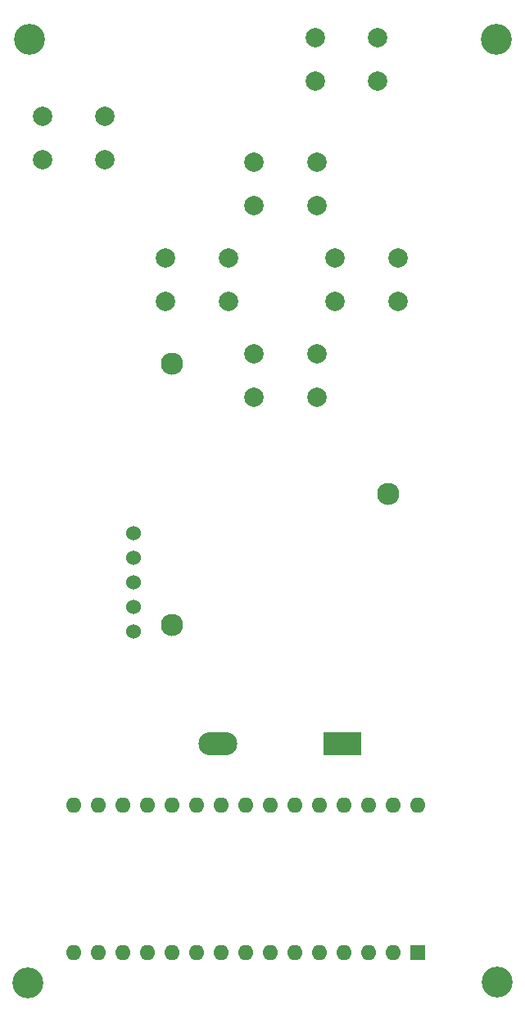
<source format=gbr>
%TF.GenerationSoftware,KiCad,Pcbnew,8.0.2*%
%TF.CreationDate,2024-05-08T14:23:23+01:00*%
%TF.ProjectId,Right_Controller_PCB_Bluetooth,52696768-745f-4436-9f6e-74726f6c6c65,V01*%
%TF.SameCoordinates,Original*%
%TF.FileFunction,Soldermask,Top*%
%TF.FilePolarity,Negative*%
%FSLAX46Y46*%
G04 Gerber Fmt 4.6, Leading zero omitted, Abs format (unit mm)*
G04 Created by KiCad (PCBNEW 8.0.2) date 2024-05-08 14:23:23*
%MOMM*%
%LPD*%
G01*
G04 APERTURE LIST*
%ADD10C,3.200000*%
%ADD11C,1.524000*%
%ADD12C,2.000000*%
%ADD13R,1.600000X1.600000*%
%ADD14O,1.600000X1.600000*%
%ADD15C,2.300000*%
%ADD16R,4.020000X2.410000*%
%ADD17O,4.020000X2.410000*%
G04 APERTURE END LIST*
D10*
%TO.C,H1*%
X119380000Y-49276000D03*
%TD*%
D11*
%TO.C,JoystickR1*%
X130143250Y-100330000D03*
X130143250Y-102870000D03*
X130143250Y-105410000D03*
X130143250Y-107950000D03*
X130143250Y-110490000D03*
%TD*%
D12*
%TO.C,START_R1*%
X127202000Y-61686000D03*
X120702000Y-61686000D03*
X127202000Y-57186000D03*
X120702000Y-57186000D03*
%TD*%
%TO.C,A1*%
X142598000Y-81788000D03*
X149098000Y-81788000D03*
X142598000Y-86288000D03*
X149098000Y-86288000D03*
%TD*%
%TO.C,X1*%
X133454000Y-71882000D03*
X139954000Y-71882000D03*
X133454000Y-76382000D03*
X139954000Y-76382000D03*
%TD*%
%TO.C,RIGHT_SHOULDER1*%
X148896000Y-49058000D03*
X155396000Y-49058000D03*
X148896000Y-53558000D03*
X155396000Y-53558000D03*
%TD*%
%TO.C,B1*%
X150980000Y-71882000D03*
X157480000Y-71882000D03*
X150980000Y-76382000D03*
X157480000Y-76382000D03*
%TD*%
D10*
%TO.C,H2*%
X167640000Y-49276000D03*
%TD*%
D12*
%TO.C,Y1*%
X142598000Y-61976000D03*
X149098000Y-61976000D03*
X142598000Y-66476000D03*
X149098000Y-66476000D03*
%TD*%
D10*
%TO.C,H3*%
X167690800Y-146710400D03*
%TD*%
%TO.C,H4*%
X119227600Y-146812000D03*
%TD*%
D13*
%TO.C,CentralBoard1*%
X159512000Y-143611600D03*
D14*
X156972000Y-143611600D03*
X154432000Y-143611600D03*
X151892000Y-143611600D03*
X149352000Y-143611600D03*
X146812000Y-143611600D03*
X144272000Y-143611600D03*
X141732000Y-143611600D03*
X139192000Y-143611600D03*
X136652000Y-143611600D03*
X134112000Y-143611600D03*
X131572000Y-143611600D03*
X129032000Y-143611600D03*
X126492000Y-143611600D03*
X123952000Y-143611600D03*
X123952000Y-128371600D03*
X126492000Y-128371600D03*
X129032000Y-128371600D03*
X131572000Y-128371600D03*
X134112000Y-128371600D03*
X136652000Y-128371600D03*
X139192000Y-128371600D03*
X141732000Y-128371600D03*
X144272000Y-128371600D03*
X146812000Y-128371600D03*
X149352000Y-128371600D03*
X151892000Y-128371600D03*
X154432000Y-128371600D03*
X156972000Y-128371600D03*
X159512000Y-128371600D03*
%TD*%
D15*
%TO.C,BAT9V1*%
X134114000Y-109756000D03*
X156464000Y-96266000D03*
X134114000Y-82786000D03*
D16*
X151734000Y-122046000D03*
D17*
X138854000Y-122046000D03*
%TD*%
M02*

</source>
